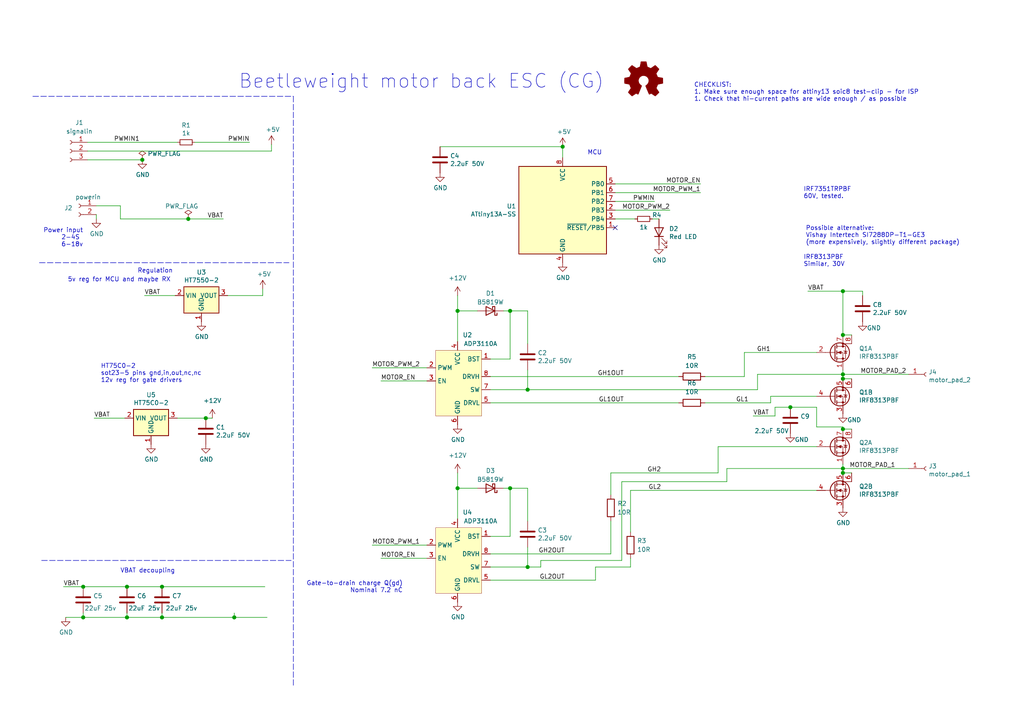
<source format=kicad_sch>
(kicad_sch (version 20210621) (generator eeschema)
  (paper "A4")
  (title_block (title "Beetle Motor Back ESC (CG)") (date "2021-08-02"))
  (lib_symbols
    (symbol "Connector:Conn_01x01_Female" (pin_names (offset 1.016) hide)
      (property "Reference" "J" (at 0 2.54 0))
      (property "Value" "Conn_01x01_Female" (at 0 -2.54 0))
      (symbol "Conn_01x01_Female_1_1"
        (arc (start 0 0.508) (end 0 -0.508) (radius (at 0 0) (length 0.508) (angles 90.1 -90.1)) (stroke (width 0.1524)))
        (polyline (pts (xy -1.27 0) (xy -0.508 0)) (stroke (width 0.1524)))
        (pin passive line (at -5.08 0 0) (length 3.81) (name "Pin_1") (number "1"))
      )
    )
    (symbol "Connector:Conn_01x02_Female" (pin_names (offset 1.016) hide)
      (property "Reference" "J" (at 0 2.54 0))
      (property "Value" "Conn_01x02_Female" (at 0 -5.08 0))
      (symbol "Conn_01x02_Female_1_1"
        (arc (start 0 -2.032) (end 0 -3.048) (radius (at 0 -2.54) (length 0.508) (angles 90.1 -90.1)) (stroke (width 0.1524)))
        (arc (start 0 0.508) (end 0 -0.508) (radius (at 0 0) (length 0.508) (angles 90.1 -90.1)) (stroke (width 0.1524)))
        (polyline (pts (xy -1.27 -2.54) (xy -0.508 -2.54)) (stroke (width 0.1524)))
        (polyline (pts (xy -1.27 0) (xy -0.508 0)) (stroke (width 0.1524)))
        (pin passive line (at -5.08 0 0) (length 3.81) (name "Pin_1") (number "1"))
        (pin passive line (at -5.08 -2.54 0) (length 3.81) (name "Pin_2") (number "2"))
      )
    )
    (symbol "Connector:Conn_01x03_Female" (pin_names (offset 1.016) hide)
      (property "Reference" "J" (at 0 5.08 0))
      (property "Value" "Conn_01x03_Female" (at 0 -5.08 0))
      (symbol "Conn_01x03_Female_1_1"
        (arc (start 0 -2.032) (end 0 -3.048) (radius (at 0 -2.54) (length 0.508) (angles 90.1 -90.1)) (stroke (width 0.1524)))
        (arc (start 0 0.508) (end 0 -0.508) (radius (at 0 0) (length 0.508) (angles 90.1 -90.1)) (stroke (width 0.1524)))
        (arc (start 0 3.048) (end 0 2.032) (radius (at 0 2.54) (length 0.508) (angles 90.1 -90.1)) (stroke (width 0.1524)))
        (polyline (pts (xy -1.27 -2.54) (xy -0.508 -2.54)) (stroke (width 0.1524)))
        (polyline (pts (xy -1.27 0) (xy -0.508 0)) (stroke (width 0.1524)))
        (polyline (pts (xy -1.27 2.54) (xy -0.508 2.54)) (stroke (width 0.1524)))
        (pin passive line (at -5.08 2.54 0) (length 3.81) (name "Pin_1") (number "1"))
        (pin passive line (at -5.08 0 0) (length 3.81) (name "Pin_2") (number "2"))
        (pin passive line (at -5.08 -2.54 0) (length 3.81) (name "Pin_3") (number "3"))
      )
    )
    (symbol "Device:C" (pin_numbers hide) (pin_names (offset 0.254))
      (property "Reference" "C" (at 0.635 2.54 0))
      (property "Value" "C" (at 0.635 -2.54 0))
      (symbol "C_0_1"
        (polyline (pts (xy -2.032 -0.762) (xy 2.032 -0.762)) (stroke (width 0.508)))
        (polyline (pts (xy -2.032 0.762) (xy 2.032 0.762)) (stroke (width 0.508)))
      )
      (symbol "C_1_1"
        (pin passive line (at 0 3.81 270) (length 2.794) (name "~") (number "1"))
        (pin passive line (at 0 -3.81 90) (length 2.794) (name "~") (number "2"))
      )
    )
    (symbol "Device:D_Schottky" (pin_numbers hide) (pin_names (offset 1.016) hide)
      (property "Reference" "D" (at 0 2.54 0))
      (property "Value" "D_Schottky" (at 0 -2.54 0))
      (symbol "D_Schottky_0_1"
        (polyline (pts (xy 1.27 0) (xy -1.27 0)))
        (polyline (pts (xy 1.27 1.27) (xy 1.27 -1.27) (xy -1.27 0) (xy 1.27 1.27)) (stroke (width 0.254)))
        (polyline (pts (xy -1.905 0.635) (xy -1.905 1.27) (xy -1.27 1.27) (xy -1.27 -1.27) (xy -0.635 -1.27) (xy -0.635 -0.635)) (stroke (width 0.254)))
      )
      (symbol "D_Schottky_1_1"
        (pin passive line (at -3.81 0 0) (length 2.54) (name "K") (number "1"))
        (pin passive line (at 3.81 0 180) (length 2.54) (name "A") (number "2"))
      )
    )
    (symbol "Device:LED" (pin_numbers hide) (pin_names (offset 1.016) hide)
      (property "Reference" "D" (at 0 2.54 0))
      (property "Value" "LED" (at 0 -2.54 0))
      (symbol "LED_0_1"
        (polyline (pts (xy -1.27 -1.27) (xy -1.27 1.27)) (stroke (width 0.254)))
        (polyline (pts (xy -1.27 0) (xy 1.27 0)))
        (polyline (pts (xy 1.27 -1.27) (xy 1.27 1.27) (xy -1.27 0) (xy 1.27 -1.27)) (stroke (width 0.254)))
        (polyline (pts (xy -3.048 -0.762) (xy -4.572 -2.286) (xy -3.81 -2.286) (xy -4.572 -2.286) (xy -4.572 -1.524)))
        (polyline (pts (xy -1.778 -0.762) (xy -3.302 -2.286) (xy -2.54 -2.286) (xy -3.302 -2.286) (xy -3.302 -1.524)))
      )
      (symbol "LED_1_1"
        (pin passive line (at -3.81 0 0) (length 2.54) (name "K") (number "1"))
        (pin passive line (at 3.81 0 180) (length 2.54) (name "A") (number "2"))
      )
    )
    (symbol "Device:Q_Dual_NMOS_S1G1S2G2D2D2D1D1" (pin_names (offset 0) hide)
      (property "Reference" "Q" (at 5.08 1.27 0))
      (property "Value" "Q_Dual_NMOS_S1G1S2G2D2D2D1D1" (at 5.08 -1.27 0))
      (symbol "Q_Dual_NMOS_S1G1S2G2D2D2D1D1_0_1"
        (circle (center 1.651 0) (radius 2.794) (stroke (width 0.254)))
        (circle (center 2.54 -1.778) (radius 0.254) (fill (type outline)))
        (circle (center 2.54 1.778) (radius 0.254) (fill (type outline)))
        (circle (center 2.54 2.54) (radius 0.254) (fill (type outline)))
        (polyline (pts (xy 0.254 0) (xy -2.54 0)))
        (polyline (pts (xy 0.254 1.905) (xy 0.254 -1.905)) (stroke (width 0.254)))
        (polyline (pts (xy 0.762 -1.27) (xy 0.762 -2.286)) (stroke (width 0.254)))
        (polyline (pts (xy 0.762 0.508) (xy 0.762 -0.508)) (stroke (width 0.254)))
        (polyline (pts (xy 0.762 2.286) (xy 0.762 1.27)) (stroke (width 0.254)))
        (polyline (pts (xy 2.54 2.54) (xy 2.54 1.778)))
        (polyline (pts (xy 5.08 2.54) (xy 2.54 2.54)))
        (polyline (pts (xy 2.54 -2.54) (xy 2.54 0) (xy 0.762 0)))
        (polyline (pts (xy 0.762 -1.778) (xy 3.302 -1.778) (xy 3.302 1.778) (xy 0.762 1.778)))
        (polyline (pts (xy 2.794 0.508) (xy 2.921 0.381) (xy 3.683 0.381) (xy 3.81 0.254)))
        (polyline (pts (xy 3.302 0.381) (xy 2.921 -0.254) (xy 3.683 -0.254) (xy 3.302 0.381)))
        (polyline (pts (xy 1.016 0) (xy 2.032 0.381) (xy 2.032 -0.381) (xy 1.016 0)) (fill (type outline)))
      )
      (symbol "Q_Dual_NMOS_S1G1S2G2D2D2D1D1_1_1"
        (pin passive line (at 2.54 -5.08 90) (length 2.54) (name "S") (number "1"))
        (pin input line (at -5.08 0 0) (length 2.54) (name "G") (number "2"))
        (pin passive line (at 2.54 5.08 270) (length 2.54) (name "D") (number "7"))
        (pin passive line (at 5.08 5.08 270) (length 2.54) (name "D") (number "8"))
      )
      (symbol "Q_Dual_NMOS_S1G1S2G2D2D2D1D1_2_1"
        (pin passive line (at 2.54 -5.08 90) (length 2.54) (name "S") (number "3"))
        (pin input line (at -5.08 0 0) (length 2.54) (name "G") (number "4"))
        (pin passive line (at 2.54 5.08 270) (length 2.54) (name "D") (number "5"))
        (pin passive line (at 5.08 5.08 270) (length 2.54) (name "D") (number "6"))
      )
    )
    (symbol "Device:R" (pin_numbers hide) (pin_names (offset 0))
      (property "Reference" "R" (at 2.032 0 90))
      (property "Value" "R" (at 0 0 90))
      (symbol "R_0_1"
        (rectangle (start -1.016 -2.54) (end 1.016 2.54) (stroke (width 0.254)))
      )
      (symbol "R_1_1"
        (pin passive line (at 0 3.81 270) (length 1.27) (name "~") (number "1"))
        (pin passive line (at 0 -3.81 90) (length 1.27) (name "~") (number "2"))
      )
    )
    (symbol "Device:R_Small" (pin_numbers hide) (pin_names (offset 0.254) hide)
      (property "Reference" "R" (at 0.762 0.508 0))
      (property "Value" "R_Small" (at 0.762 -1.016 0))
      (symbol "R_Small_0_1"
        (rectangle (start -0.762 1.778) (end 0.762 -1.778) (stroke (width 0.2032)))
      )
      (symbol "R_Small_1_1"
        (pin passive line (at 0 2.54 270) (length 0.762) (name "~") (number "1"))
        (pin passive line (at 0 -2.54 90) (length 0.762) (name "~") (number "2"))
      )
    )
    (symbol "Graphic:Logo_Open_Hardware_Small" (pin_names (offset 1.016))
      (symbol "Logo_Open_Hardware_Small_0_1"
        (polyline (pts (xy 3.3528 -4.3434) (xy 3.302 -4.318) (xy 3.175 -4.2418) (xy 2.9972 -4.1148) (xy 2.7686 -3.9624) (xy 2.54 -3.81) (xy 2.3622 -3.7084) (xy 2.2352 -3.6068) (xy 2.1844 -3.5814) (xy 2.159 -3.6068) (xy 2.0574 -3.6576) (xy 1.905 -3.7338) (xy 1.8034 -3.7846) (xy 1.6764 -3.8354) (xy 1.6002 -3.8354) (xy 1.6002 -3.8354) (xy 1.5494 -3.7338) (xy 1.4732 -3.5306) (xy 1.3462 -3.302) (xy 1.2446 -3.0226) (xy 1.1176 -2.7178) (xy 0.9652 -2.413) (xy 0.8636 -2.1082) (xy 0.7366 -1.8288) (xy 0.6604 -1.6256) (xy 0.6096 -1.4732) (xy 0.5842 -1.397) (xy 0.5842 -1.397) (xy 0.6604 -1.3208) (xy 0.7874 -1.2446) (xy 1.0414 -1.016) (xy 1.2954 -0.6858) (xy 1.4478 -0.3302) (xy 1.524 0.0762) (xy 1.4732 0.4572) (xy 1.3208 0.8128) (xy 1.0668 1.143) (xy 0.762 1.3716) (xy 0.4064 1.524) (xy 0 1.5748) (xy -0.381 1.5494) (xy -0.7366 1.397) (xy -1.0668 1.143) (xy -1.2192 0.9906) (xy -1.397 0.6604) (xy -1.524 0.3048) (xy -1.524 0.2286) (xy -1.4986 -0.1778) (xy -1.397 -0.5334) (xy -1.1938 -0.8636) (xy -0.9144 -1.143) (xy -0.8636 -1.1684) (xy -0.7366 -1.27) (xy -0.635 -1.3462) (xy -0.5842 -1.397) (xy -1.0668 -2.5908) (xy -1.143 -2.794) (xy -1.2954 -3.1242) (xy -1.397 -3.4036) (xy -1.4986 -3.6322) (xy -1.5748 -3.7846) (xy -1.6002 -3.8354) (xy -1.6002 -3.8354) (xy -1.651 -3.8354) (xy -1.7272 -3.81) (xy -1.905 -3.7338) (xy -2.0066 -3.683) (xy -2.1336 -3.6068) (xy -2.2098 -3.5814) (xy -2.2606 -3.6068) (xy -2.3622 -3.683) (xy -2.54 -3.81) (xy -2.7686 -3.9624) (xy -2.9718 -4.0894) (xy -3.1496 -4.2164) (xy -3.302 -4.318) (xy -3.3528 -4.3434) (xy -3.3782 -4.3434) (xy -3.429 -4.318) (xy -3.5306 -4.2164) (xy -3.7084 -4.064) (xy -3.937 -3.8354) (xy -3.9624 -3.81) (xy -4.1656 -3.6068) (xy -4.318 -3.4544) (xy -4.4196 -3.3274) (xy -4.445 -3.2766) (xy -4.445 -3.2766) (xy -4.4196 -3.2258) (xy -4.318 -3.0734) (xy -4.2164 -2.8956) (xy -4.064 -2.667) (xy -3.6576 -2.0828) (xy -3.8862 -1.5494) (xy -3.937 -1.3716) (xy -4.0386 -1.1684) (xy -4.0894 -1.0414) (xy -4.1148 -0.9652) (xy -4.191 -0.9398) (xy -4.318 -0.9144) (xy -4.5466 -0.8636) (xy -4.8006 -0.8128) (xy -5.0546 -0.7874) (xy -5.2578 -0.7366) (xy -5.4356 -0.7112) (xy -5.5118 -0.6858) (xy -5.5118 -0.6858) (xy -5.5372 -0.635) (xy -5.5372 -0.5588) (xy -5.5372 -0.4318) (xy -5.5626 -0.2286) (xy -5.5626 0.0762) (xy -5.5626 0.127) (xy -5.5372 0.4064) (xy -5.5372 0.635) (xy -5.5372 0.762) (xy -5.5372 0.8382) (xy -5.5372 0.8382) (xy -5.461 0.8382) (xy -5.3086 0.889) (xy -5.08 0.9144) (xy -4.826 0.9652) (xy -4.8006 0.9906) (xy -4.5466 1.0414) (xy -4.318 1.0668) (xy -4.1656 1.1176) (xy -4.0894 1.143) (xy -4.0894 1.143) (xy -4.0386 1.2446) (xy -3.9624 1.4224) (xy -3.8608 1.6256) (xy -3.7846 1.8288) (xy -3.7084 2.0066) (xy -3.6576 2.159) (xy -3.6322 2.2098) (xy -3.6322 2.2098) (xy -3.683 2.286) (xy -3.7592 2.413) (xy -3.8862 2.5908) (xy -4.064 2.8194) (xy -4.064 2.8448) (xy -4.2164 3.0734) (xy -4.3434 3.2512) (xy -4.4196 3.3782) (xy -4.445 3.4544) (xy -4.445 3.4544) (xy -4.3942 3.5052) (xy -4.2926 3.6322) (xy -4.1148 3.81) (xy -3.937 4.0132) (xy -3.8608 4.064) (xy -3.6576 4.2926) (xy -3.5052 4.4196) (xy -3.4036 4.4958) (xy -3.3528 4.5212) (xy -3.3528 4.5212) (xy -3.302 4.4704) (xy -3.1496 4.3688) (xy -2.9718 4.2418) (xy -2.7432 4.0894) (xy -2.7178 4.0894) (xy -2.4892 3.937) (xy -2.3114 3.81) (xy -2.1844 3.7084) (xy -2.1336 3.683) (xy -2.1082 3.683) (xy -2.032 3.7084) (xy -1.8542 3.7592) (xy -1.6764 3.8354) (xy -1.4732 3.937) (xy -1.27 4.0132) (xy -1.143 4.064) (xy -1.0668 4.1148) (xy -1.0668 4.1148) (xy -1.0414 4.191) (xy -1.016 4.3434) (xy -0.9652 4.572) (xy -0.9144 4.8514) (xy -0.889 4.9022) (xy -0.8382 5.1562) (xy -0.8128 5.3848) (xy -0.7874 5.5372) (xy -0.762 5.588) (xy -0.7112 5.6134) (xy -0.5842 5.6134) (xy -0.4064 5.6134) (xy -0.1524 5.6134) (xy 0.0762 5.6134) (xy 0.3302 5.6134) (xy 0.5334 5.6134) (xy 0.6858 5.588) (xy 0.7366 5.588) (xy 0.7366 5.588) (xy 0.762 5.5118) (xy 0.8128 5.334) (xy 0.8382 5.1054) (xy 0.9144 4.826) (xy 0.9144 4.7752) (xy 0.9652 4.5212) (xy 1.016 4.2926) (xy 1.0414 4.1402) (xy 1.0668 4.0894) (xy 1.0668 4.0894) (xy 1.1938 4.0386) (xy 1.3716 3.9624) (xy 1.5748 3.8608) (xy 2.0828 3.6576) (xy 2.7178 4.0894) (xy 2.7686 4.1402) (xy 2.9972 4.2926) (xy 3.175 4.4196) (xy 3.302 4.4958) (xy 3.3782 4.5212) (xy 3.3782 4.5212) (xy 3.429 4.4704) (xy 3.556 4.3434) (xy 3.7338 4.191) (xy 3.9116 3.9878) (xy 4.064 3.8354) (xy 4.2418 3.6576) (xy 4.3434 3.556) (xy 4.4196 3.4798) (xy 4.4196 3.429) (xy 4.4196 3.4036) (xy 4.3942 3.3274) (xy 4.2926 3.2004) (xy 4.1656 2.9972) (xy 4.0132 2.794) (xy 3.8862 2.5908) (xy 3.7592 2.3876) (xy 3.6576 2.2352) (xy 3.6322 2.159) (xy 3.6322 2.1336) (xy 3.683 2.0066) (xy 3.7592 1.8288) (xy 3.8608 1.6002) (xy 4.064 1.1176) (xy 4.3942 1.0414) (xy 4.5974 1.016) (xy 4.8768 0.9652) (xy 5.1308 0.9144) (xy 5.5372 0.8382) (xy 5.5626 -0.6604) (xy 5.4864 -0.6858) (xy 5.4356 -0.6858) (xy 5.2832 -0.7366) (xy 5.0546 -0.762) (xy 4.8006 -0.8128) (xy 4.5974 -0.8636) (xy 4.3688 -0.9144) (xy 4.2164 -0.9398) (xy 4.1402 -0.9398) (xy 4.1148 -0.9652) (xy 4.064 -1.0668) (xy 3.9878 -1.2446) (xy 3.9116 -1.4478) (xy 3.81 -1.651) (xy 3.7338 -1.8542) (xy 3.683 -2.0066) (xy 3.6576 -2.0828) (xy 3.683 -2.1336) (xy 3.7846 -2.2606) (xy 3.8862 -2.4638) (xy 4.0386 -2.667) (xy 4.191 -2.8956) (xy 4.318 -3.0734) (xy 4.3942 -3.2004) (xy 4.445 -3.2766) (xy 4.4196 -3.3274) (xy 4.3434 -3.429) (xy 4.1656 -3.5814) (xy 3.937 -3.8354) (xy 3.8862 -3.8608) (xy 3.683 -4.064) (xy 3.5306 -4.2164) (xy 3.4036 -4.318) (xy 3.3528 -4.3434)) (fill (type outline)))
      )
    )
    (symbol "MCU_Microchip_ATtiny:ATtiny13A-SS"
      (property "Reference" "U" (at -12.7 13.97 0))
      (property "Value" "ATtiny13A-SS" (at 2.54 -13.97 0))
      (symbol "ATtiny13A-SS_0_1"
        (rectangle (start -12.7 -12.7) (end 12.7 12.7) (stroke (width 0.254)) (fill (type background)))
      )
      (symbol "ATtiny13A-SS_1_1"
        (pin bidirectional line (at 15.24 -5.08 180) (length 2.54) (name "~{RESET}/PB5") (number "1"))
        (pin bidirectional line (at 15.24 0 180) (length 2.54) (name "PB3") (number "2"))
        (pin bidirectional line (at 15.24 -2.54 180) (length 2.54) (name "PB4") (number "3"))
        (pin power_in line (at 0 -15.24 90) (length 2.54) (name "GND") (number "4"))
        (pin bidirectional line (at 15.24 7.62 180) (length 2.54) (name "PB0") (number "5"))
        (pin bidirectional line (at 15.24 5.08 180) (length 2.54) (name "PB1") (number "6"))
        (pin bidirectional line (at 15.24 2.54 180) (length 2.54) (name "PB2") (number "7"))
        (pin power_in line (at 0 15.24 270) (length 2.54) (name "VCC") (number "8"))
      )
    )
    (symbol "Regulator_Linear:HT75xx-1-SOT89"
      (property "Reference" "U" (at -5.08 -3.81 0))
      (property "Value" "HT75xx-1-SOT89" (at 0 6.35 0))
      (symbol "HT75xx-1-SOT89_0_1"
        (rectangle (start -5.08 5.08) (end 5.08 -2.54) (stroke (width 0.254)) (fill (type background)))
      )
      (symbol "HT75xx-1-SOT89_1_1"
        (pin power_in line (at 0 -5.08 90) (length 2.54) (name "GND") (number "1"))
        (pin power_in line (at -7.62 2.54 0) (length 2.54) (name "VIN") (number "2"))
        (pin power_out line (at 7.62 2.54 180) (length 2.54) (name "VOUT") (number "3"))
      )
    )
    (symbol "beetleback:ADP3110A"
      (property "Reference" "U" (at 0 0 0))
      (property "Value" "ADP3110A" (at 7.62 -8.89 0))
      (symbol "ADP3110A_0_1"
        (rectangle (start -6.35 11.43) (end 6.985 -7.62) (stroke (width 0.001)) (fill (type background)))
      )
      (symbol "ADP3110A_1_1"
        (pin power_out line (at 9.525 8.89 180) (length 2.54) (name "BST") (number "1"))
        (pin input line (at -8.89 6.35 0) (length 2.54) (name "PWM") (number "2"))
        (pin input line (at -8.89 2.54 0) (length 2.54) (name "EN") (number "3"))
        (pin power_in line (at 0 13.97 270) (length 2.54) (name "VCC") (number "4"))
        (pin output line (at 9.525 -3.81 180) (length 2.54) (name "DRVL") (number "5"))
        (pin power_in line (at 0 -10.16 90) (length 2.54) (name "GND") (number "6"))
        (pin passive line (at 9.525 0 180) (length 2.54) (name "SW") (number "7"))
        (pin output line (at 9.525 3.81 180) (length 2.54) (name "DRVH") (number "8"))
      )
    )
    (symbol "power:+12V" (power) (pin_names (offset 0))
      (property "Value" "+12V" (at 0 3.556 0))
      (symbol "+12V_0_1"
        (polyline (pts (xy -0.762 1.27) (xy 0 2.54)))
        (polyline (pts (xy 0 0) (xy 0 2.54)))
        (polyline (pts (xy 0 2.54) (xy 0.762 1.27)))
      )
      (symbol "+12V_1_1"
        (pin power_in line (at 0 0 90) (length 0) hide (name "+12V") (number "1"))
      )
    )
    (symbol "power:+5V" (power) (pin_names (offset 0))
      (property "Value" "+5V" (at 0 3.556 0))
      (symbol "+5V_0_1"
        (polyline (pts (xy -0.762 1.27) (xy 0 2.54)))
        (polyline (pts (xy 0 0) (xy 0 2.54)))
        (polyline (pts (xy 0 2.54) (xy 0.762 1.27)))
      )
      (symbol "+5V_1_1"
        (pin power_in line (at 0 0 90) (length 0) hide (name "+5V") (number "1"))
      )
    )
    (symbol "power:GND" (power) (pin_names (offset 0))
      (property "Value" "GND" (at 0 -3.81 0))
      (symbol "GND_0_1"
        (polyline (pts (xy 0 0) (xy 0 -1.27) (xy 1.27 -1.27) (xy 0 -2.54) (xy -1.27 -1.27) (xy 0 -1.27)))
      )
      (symbol "GND_1_1"
        (pin power_in line (at 0 0 270) (length 0) hide (name "GND") (number "1"))
      )
    )
    (symbol "power:PWR_FLAG" (power) (pin_numbers hide) (pin_names (offset 0) hide)
      (property "Value" "PWR_FLAG" (at 0 3.81 0))
      (symbol "PWR_FLAG_0_0"
        (pin power_out line (at 0 0 90) (length 0) (name "pwr") (number "1"))
      )
      (symbol "PWR_FLAG_0_1"
        (polyline (pts (xy 0 0) (xy 0 1.27) (xy -1.016 1.905) (xy 0 2.54) (xy 1.016 1.905) (xy 0 1.27)))
      )
    )
  )
  (junction (at 24.13 170.18) (diameter 1.016))
  (junction (at 24.13 179.07) (diameter 1.016))
  (junction (at 36.83 170.18) (diameter 1.016))
  (junction (at 36.83 179.07) (diameter 1.016))
  (junction (at 41.275 46.355) (diameter 1.016))
  (junction (at 46.99 170.18) (diameter 1.016))
  (junction (at 46.99 179.07) (diameter 1.016))
  (junction (at 54.61 63.5) (diameter 1.016))
  (junction (at 59.69 121.285) (diameter 1.016))
  (junction (at 67.945 179.07) (diameter 1.016))
  (junction (at 132.715 90.17) (diameter 1.016))
  (junction (at 132.715 141.605) (diameter 1.016))
  (junction (at 147.955 90.17) (diameter 1.016))
  (junction (at 147.955 141.605) (diameter 1.016))
  (junction (at 153.035 113.03) (diameter 1.016))
  (junction (at 153.035 164.465) (diameter 1.016))
  (junction (at 163.195 42.545) (diameter 1.016))
  (junction (at 229.235 118.11) (diameter 1.016))
  (junction (at 244.475 84.455) (diameter 1.016))
  (junction (at 244.475 97.155) (diameter 1.016))
  (junction (at 244.475 108.585) (diameter 1.016))
  (junction (at 244.475 109.855) (diameter 1.016))
  (junction (at 244.475 124.46) (diameter 1.016))
  (junction (at 244.475 135.89) (diameter 1.016))
  (junction (at 244.475 137.16) (diameter 1.016))
  (no_connect (at 178.435 66.04))
  (wire (pts (xy 18.415 170.18) (xy 24.13 170.18)))
  (wire (pts (xy 19.05 179.07) (xy 24.13 179.07)))
  (wire (pts (xy 24.13 170.18) (xy 36.83 170.18)))
  (wire (pts (xy 24.13 177.8) (xy 24.13 179.07)))
  (wire (pts (xy 24.13 179.07) (xy 36.83 179.07)))
  (wire (pts (xy 25.4 41.275) (xy 51.435 41.275)))
  (wire (pts (xy 25.4 43.815) (xy 78.74 43.815)))
  (wire (pts (xy 25.4 46.355) (xy 41.275 46.355)))
  (wire (pts (xy 27.305 121.285) (xy 36.195 121.285)))
  (wire (pts (xy 27.94 59.69) (xy 34.925 59.69)))
  (wire (pts (xy 27.94 62.23) (xy 27.94 63.5)))
  (wire (pts (xy 34.925 59.69) (xy 34.925 63.5)))
  (wire (pts (xy 34.925 63.5) (xy 54.61 63.5)))
  (wire (pts (xy 36.83 170.18) (xy 46.99 170.18)))
  (wire (pts (xy 36.83 177.8) (xy 36.83 179.07)))
  (wire (pts (xy 36.83 179.07) (xy 46.99 179.07)))
  (wire (pts (xy 41.91 85.725) (xy 50.8 85.725)))
  (wire (pts (xy 46.99 170.18) (xy 76.835 170.18)))
  (wire (pts (xy 46.99 177.8) (xy 46.99 179.07)))
  (wire (pts (xy 46.99 179.07) (xy 67.945 179.07)))
  (wire (pts (xy 51.435 121.285) (xy 59.69 121.285)))
  (wire (pts (xy 54.61 63.5) (xy 64.77 63.5)))
  (wire (pts (xy 56.515 41.275) (xy 72.39 41.275)))
  (wire (pts (xy 59.69 121.285) (xy 61.595 121.285)))
  (wire (pts (xy 66.04 85.725) (xy 76.2 85.725)))
  (wire (pts (xy 67.945 177.8) (xy 67.945 179.07)))
  (wire (pts (xy 67.945 179.07) (xy 77.47 179.07)))
  (wire (pts (xy 76.2 83.82) (xy 76.2 85.725)))
  (wire (pts (xy 78.74 43.815) (xy 78.74 41.91)))
  (wire (pts (xy 107.95 106.68) (xy 123.825 106.68)))
  (wire (pts (xy 107.95 158.115) (xy 123.825 158.115)))
  (wire (pts (xy 110.49 110.49) (xy 123.825 110.49)))
  (wire (pts (xy 110.49 161.925) (xy 123.825 161.925)))
  (wire (pts (xy 127.635 42.545) (xy 163.195 42.545)))
  (wire (pts (xy 132.715 85.725) (xy 132.715 90.17)))
  (wire (pts (xy 132.715 90.17) (xy 132.715 99.06)))
  (wire (pts (xy 132.715 90.17) (xy 138.43 90.17)))
  (wire (pts (xy 132.715 137.16) (xy 132.715 141.605)))
  (wire (pts (xy 132.715 141.605) (xy 132.715 150.495)))
  (wire (pts (xy 132.715 141.605) (xy 138.43 141.605)))
  (wire (pts (xy 142.24 104.14) (xy 147.955 104.14)))
  (wire (pts (xy 142.24 109.22) (xy 196.85 109.22)))
  (wire (pts (xy 142.24 113.03) (xy 153.035 113.03)))
  (wire (pts (xy 142.24 116.84) (xy 196.85 116.84)))
  (wire (pts (xy 142.24 155.575) (xy 147.955 155.575)))
  (wire (pts (xy 142.24 164.465) (xy 153.035 164.465)))
  (wire (pts (xy 142.24 168.275) (xy 172.72 168.275)))
  (wire (pts (xy 146.05 90.17) (xy 147.955 90.17)))
  (wire (pts (xy 146.05 141.605) (xy 147.955 141.605)))
  (wire (pts (xy 147.955 90.17) (xy 147.955 104.14)))
  (wire (pts (xy 147.955 141.605) (xy 147.955 155.575)))
  (wire (pts (xy 153.035 90.17) (xy 147.955 90.17)))
  (wire (pts (xy 153.035 99.695) (xy 153.035 90.17)))
  (wire (pts (xy 153.035 113.03) (xy 153.035 107.315)))
  (wire (pts (xy 153.035 113.03) (xy 219.71 113.03)))
  (wire (pts (xy 153.035 141.605) (xy 147.955 141.605)))
  (wire (pts (xy 153.035 151.13) (xy 153.035 141.605)))
  (wire (pts (xy 153.035 164.465) (xy 153.035 158.75)))
  (wire (pts (xy 156.845 162.56) (xy 156.845 164.465)))
  (wire (pts (xy 156.845 164.465) (xy 153.035 164.465)))
  (wire (pts (xy 163.195 42.545) (xy 163.195 45.72)))
  (wire (pts (xy 172.72 164.465) (xy 172.72 168.275)))
  (wire (pts (xy 177.165 137.16) (xy 177.165 143.51)))
  (wire (pts (xy 177.165 137.16) (xy 208.28 137.16)))
  (wire (pts (xy 177.165 151.13) (xy 177.165 160.655)))
  (wire (pts (xy 177.165 160.655) (xy 142.24 160.655)))
  (wire (pts (xy 178.435 53.34) (xy 203.2 53.34)))
  (wire (pts (xy 178.435 55.88) (xy 203.2 55.88)))
  (wire (pts (xy 178.435 58.42) (xy 189.865 58.42)))
  (wire (pts (xy 178.435 60.96) (xy 194.31 60.96)))
  (wire (pts (xy 178.435 63.5) (xy 184.15 63.5)))
  (wire (pts (xy 180.34 139.7) (xy 180.34 162.56)))
  (wire (pts (xy 180.34 139.7) (xy 210.82 139.7)))
  (wire (pts (xy 180.34 162.56) (xy 156.845 162.56)))
  (wire (pts (xy 182.88 142.24) (xy 182.88 154.305)))
  (wire (pts (xy 182.88 142.24) (xy 236.855 142.24)))
  (wire (pts (xy 182.88 161.925) (xy 182.88 164.465)))
  (wire (pts (xy 182.88 164.465) (xy 172.72 164.465)))
  (wire (pts (xy 189.23 63.5) (xy 191.135 63.5)))
  (wire (pts (xy 204.47 109.22) (xy 215.9 109.22)))
  (wire (pts (xy 204.47 116.84) (xy 223.52 116.84)))
  (wire (pts (xy 208.28 129.54) (xy 236.855 129.54)))
  (wire (pts (xy 208.28 137.16) (xy 208.28 129.54)))
  (wire (pts (xy 210.82 135.89) (xy 244.475 135.89)))
  (wire (pts (xy 210.82 139.7) (xy 210.82 135.89)))
  (wire (pts (xy 215.9 102.235) (xy 236.855 102.235)))
  (wire (pts (xy 215.9 109.22) (xy 215.9 102.235)))
  (wire (pts (xy 218.44 120.65) (xy 224.79 120.65)))
  (wire (pts (xy 219.71 108.585) (xy 244.475 108.585)))
  (wire (pts (xy 219.71 113.03) (xy 219.71 108.585)))
  (wire (pts (xy 223.52 114.935) (xy 223.52 116.84)))
  (wire (pts (xy 223.52 114.935) (xy 236.855 114.935)))
  (wire (pts (xy 224.79 118.11) (xy 229.235 118.11)))
  (wire (pts (xy 224.79 120.65) (xy 224.79 118.11)))
  (wire (pts (xy 229.235 118.11) (xy 236.855 118.11)))
  (wire (pts (xy 234.315 84.455) (xy 244.475 84.455)))
  (wire (pts (xy 236.855 118.11) (xy 236.855 123.825)))
  (wire (pts (xy 236.855 123.825) (xy 244.475 123.825)))
  (wire (pts (xy 244.475 84.455) (xy 244.475 97.155)))
  (wire (pts (xy 244.475 84.455) (xy 250.19 84.455)))
  (wire (pts (xy 244.475 97.155) (xy 247.015 97.155)))
  (wire (pts (xy 244.475 107.315) (xy 244.475 108.585)))
  (wire (pts (xy 244.475 108.585) (xy 244.475 109.855)))
  (wire (pts (xy 244.475 108.585) (xy 263.525 108.585)))
  (wire (pts (xy 244.475 109.855) (xy 247.015 109.855)))
  (wire (pts (xy 244.475 123.825) (xy 244.475 124.46)))
  (wire (pts (xy 244.475 124.46) (xy 247.015 124.46)))
  (wire (pts (xy 244.475 134.62) (xy 244.475 135.89)))
  (wire (pts (xy 244.475 135.89) (xy 244.475 137.16)))
  (wire (pts (xy 244.475 135.89) (xy 263.525 135.89)))
  (wire (pts (xy 244.475 137.16) (xy 247.015 137.16)))
  (wire (pts (xy 250.19 84.455) (xy 250.19 85.725)))
  (polyline (pts (xy 9.525 27.94) (xy 85.09 27.94)) (stroke (width 0) (type dash)))
  (polyline (pts (xy 11.43 76.2) (xy 83.82 76.2)) (stroke (width 0) (type dash)))
  (polyline (pts (xy 12.065 162.56) (xy 84.455 162.56)) (stroke (width 0) (type dash)))
  (polyline (pts (xy 85.09 27.94) (xy 85.09 198.755)) (stroke (width 0) (type dash)))
  (text "Power input\n2-4S \n6-18v" (at 24.13 71.755 180) (effects (font (size 1.27 1.27)) (justify right bottom)))
  (text "HT75C0-2\nsot23-5 pins gnd,in,out,nc,nc\n12v reg for gate drivers" (at 29.21 111.125 0) (effects (font (size 1.27 1.27)) (justify left bottom)))
  (text "5v reg for MCU and maybe RX" (at 49.53 81.915 180) (effects (font (size 1.27 1.27)) (justify right bottom)))
  (text "Regulation" (at 50.165 79.375 180) (effects (font (size 1.27 1.27)) (justify right bottom)))
  (text "VBAT decoupling\n" (at 50.8 166.37 180) (effects (font (size 1.27 1.27)) (justify right bottom)))
  (text "Gate-to-drain charge Q(gd)\nNominal 7.2 nC\n" (at 116.84 172.085 180) (effects (font (size 1.27 1.27)) (justify right bottom)))
  (text "MCU" (at 174.625 45.085 180) (effects (font (size 1.27 1.27)) (justify right bottom)))
  (text "Beetleweight motor back ESC (CG)\n" (at 175.26 26.035 180) (effects (font (size 4 4)) (justify right bottom)))
  (text "CHECKLIST:\n1. Make sure enough space for attiny13 soic8 test-clip - for ISP\n1. Check that hi-current paths are wide enough / as possible\n\n\n" (at 201.295 33.655 0) (effects (font (size 1.27 1.27)) (justify left bottom)))
  (text "IRF7351TRPBF\n60V, tested. " (at 233.045 57.785 0) (effects (font (size 1.27 1.27)) (justify left bottom)))
  (text "IRF8313PBF\nSimilar, 30V " (at 233.045 77.47 0) (effects (font (size 1.27 1.27)) (justify left bottom)))
  (text "Possible alternative:\nVishay Intertech SI7288DP-T1-GE3 \n(more expensively, slightly different package)" (at 233.68 71.12 0) (effects (font (size 1.27 1.27)) (justify left bottom)))
  (label "VBAT" (at 18.415 170.18 0))
  (label "VBAT" (at 27.305 121.285 0))
  (label "PWMIN1" (at 33.02 41.275 0))
  (label "VBAT" (at 41.91 85.725 0))
  (label "VBAT" (at 64.77 63.5 180))
  (label "PWMIN" (at 72.39 41.275 180))
  (label "MOTOR_PWM_2" (at 107.95 106.68 0))
  (label "MOTOR_PWM_1" (at 107.95 158.115 0))
  (label "MOTOR_EN" (at 110.49 110.49 0))
  (label "MOTOR_EN" (at 110.49 161.925 0))
  (label "GH2OUT" (at 163.83 160.655 180))
  (label "GL2OUT" (at 163.83 168.275 180))
  (label "GH1OUT" (at 180.975 109.22 180))
  (label "GL1OUT" (at 180.975 116.84 180))
  (label "PWMIN" (at 189.865 58.42 180))
  (label "GH2" (at 191.77 137.16 180))
  (label "GL2" (at 191.77 142.24 180))
  (label "MOTOR_PWM_2" (at 194.31 60.96 180))
  (label "MOTOR_EN" (at 203.2 53.34 180))
  (label "MOTOR_PWM_1" (at 203.2 55.88 180))
  (label "GL1" (at 217.17 116.84 180))
  (label "VBAT" (at 218.44 120.65 0))
  (label "GH1" (at 223.52 102.235 180))
  (label "VBAT" (at 234.315 84.455 0))
  (label "MOTOR_PAD_1" (at 259.715 135.89 180))
  (label "MOTOR_PAD_2" (at 262.89 108.585 180))
  (symbol (lib_id "power:+12V") (at 61.595 121.285 0) (unit 1)
    (property "Reference" "#PWR019" (effects hide))
    (property "Value" "+12V" (at 61.595 116.205 0))
  )
  (symbol (lib_id "power:+5V") (at 76.2 83.82 0) (unit 1)
    (property "Reference" "#PWR017" (effects hide))
    (property "Value" "+5V" (at 76.5683 79.4956 0))
  )
  (symbol (lib_id "power:+5V") (at 78.74 41.91 0) (unit 1)
    (property "Reference" "#PWR016" (effects hide))
    (property "Value" "+5V" (at 79.1083 37.5856 0))
  )
  (symbol (lib_id "power:+12V") (at 132.715 85.725 0) (unit 1)
    (property "Reference" "#PWR01" (effects hide))
    (property "Value" "+12V" (at 132.715 80.645 0))
  )
  (symbol (lib_id "power:+12V") (at 132.715 137.16 0) (unit 1)
    (property "Reference" "#PWR010" (effects hide))
    (property "Value" "+12V" (at 132.715 132.08 0))
  )
  (symbol (lib_id "power:+5V") (at 163.195 42.545 0) (unit 1)
    (property "Reference" "#PWR013" (effects hide))
    (property "Value" "+5V" (at 163.5633 38.2206 0))
  )
  (symbol (lib_id "power:PWR_FLAG") (at 41.275 46.355 0) (unit 1)
    (property "Reference" "#FLG01" (effects hide))
    (property "Value" "PWR_FLAG" (at 47.625 44.5706 0))
  )
  (symbol (lib_id "power:PWR_FLAG") (at 54.61 63.5 0) (unit 1)
    (property "Reference" "#FLG0101" (effects hide))
    (property "Value" "PWR_FLAG" (at 52.705 59.8106 0))
  )
  (symbol (lib_id "Connector:Conn_01x01_Female") (at 268.605 108.585 0) (unit 1)
    (property "Reference" "J4" (at 269.3163 107.8928 0) (effects (justify left)))
    (property "Value" "motor_pad_2" (at 269.316 110.191 0) (effects (justify left)))
    (property "Footprint" "beetleback:bbb_motorpin" (effects hide))
  )
  (symbol (lib_id "Connector:Conn_01x01_Female") (at 268.605 135.89 0) (unit 1)
    (property "Reference" "J3" (at 269.3163 135.1978 0) (effects (justify left)))
    (property "Value" "motor_pad_1" (at 269.316 137.496 0) (effects (justify left)))
    (property "Footprint" "beetleback:bbb_motorpin" (effects hide))
  )
  (symbol (lib_id "power:GND") (at 19.05 179.07 0) (unit 1)
    (property "Reference" "#PWR011" (effects hide))
    (property "Value" "GND" (at 19.1643 183.3944 0))
  )
  (symbol (lib_id "power:GND") (at 27.94 63.5 0) (unit 1)
    (property "Reference" "#PWR04" (effects hide))
    (property "Value" "GND" (at 28.0543 67.8244 0))
  )
  (symbol (lib_id "power:GND") (at 41.275 46.355 0) (unit 1)
    (property "Reference" "#PWR03" (effects hide))
    (property "Value" "GND" (at 41.3893 50.6794 0))
  )
  (symbol (lib_id "power:GND") (at 43.815 128.905 0) (unit 1)
    (property "Reference" "#PWR014" (effects hide))
    (property "Value" "GND" (at 43.9293 133.2294 0))
  )
  (symbol (lib_id "power:GND") (at 58.42 93.345 0) (unit 1)
    (property "Reference" "#PWR018" (effects hide))
    (property "Value" "GND" (at 58.5343 97.6694 0))
  )
  (symbol (lib_id "power:GND") (at 59.69 128.905 0) (unit 1)
    (property "Reference" "#PWR015" (effects hide))
    (property "Value" "GND" (at 59.8043 133.2294 0))
  )
  (symbol (lib_id "power:GND") (at 127.635 50.165 0) (unit 1)
    (property "Reference" "#PWR02" (effects hide))
    (property "Value" "GND" (at 127.7493 54.4894 0))
  )
  (symbol (lib_id "power:GND") (at 132.715 123.19 0) (unit 1)
    (property "Reference" "#PWR09" (effects hide))
    (property "Value" "GND" (at 132.8293 127.5144 0))
  )
  (symbol (lib_id "power:GND") (at 132.715 174.625 0) (unit 1)
    (property "Reference" "#PWR012" (effects hide))
    (property "Value" "GND" (at 132.8293 178.9494 0))
  )
  (symbol (lib_id "power:GND") (at 163.195 76.2 0) (unit 1)
    (property "Reference" "#PWR05" (effects hide))
    (property "Value" "GND" (at 163.3093 80.5244 0))
  )
  (symbol (lib_id "power:GND") (at 191.135 71.12 0) (unit 1)
    (property "Reference" "#PWR08" (effects hide))
    (property "Value" "GND" (at 191.2493 75.4444 0))
  )
  (symbol (lib_id "power:GND") (at 229.235 125.73 0) (unit 1)
    (property "Reference" "#PWR020" (effects hide))
    (property "Value" "GND" (at 232.5243 127.5144 0))
  )
  (symbol (lib_id "power:GND") (at 244.475 120.015 0) (unit 1)
    (property "Reference" "#PWR06" (effects hide))
    (property "Value" "GND" (at 247.7643 121.7994 0))
  )
  (symbol (lib_id "power:GND") (at 244.475 147.32 0) (unit 1)
    (property "Reference" "#PWR07" (effects hide))
    (property "Value" "GND" (at 244.5893 151.6444 0))
  )
  (symbol (lib_id "power:GND") (at 250.19 93.345 0) (unit 1)
    (property "Reference" "#PWR021" (effects hide))
    (property "Value" "GND" (at 253.4793 95.1294 0))
  )
  (symbol (lib_id "Device:R_Small") (at 53.975 41.275 90) (unit 1)
    (property "Reference" "R1" (at 53.975 36.3282 90))
    (property "Value" "1k" (at 53.975 38.6269 90))
    (property "Footprint" "Resistor_SMD:R_0402_1005Metric" (effects hide))
    (property "LCSC" "C11702" (effects hide))
  )
  (symbol (lib_id "Device:R_Small") (at 186.69 63.5 90) (unit 1)
    (property "Reference" "R4" (at 190.5 62.3632 90))
    (property "Value" "1k" (at 186.69 65.9319 90))
    (property "Footprint" "Resistor_SMD:R_0402_1005Metric" (effects hide))
    (property "LCSC" "C11702" (effects hide))
  )
  (symbol (lib_id "Device:R") (at 177.165 147.32 0) (unit 1)
    (property "Reference" "R2" (at 179.07 146.0499 0) (effects (justify left)))
    (property "Value" "10R" (at 179.07 148.5899 0) (effects (justify left)))
    (property "Footprint" "Resistor_SMD:R_0402_1005Metric" (effects hide))
    (property "LCSC" "C25077" (effects hide))
  )
  (symbol (lib_id "Device:R") (at 182.88 158.115 0) (unit 1)
    (property "Reference" "R3" (at 184.785 156.8449 0) (effects (justify left)))
    (property "Value" "10R" (at 184.785 159.3849 0) (effects (justify left)))
    (property "Footprint" "Resistor_SMD:R_0402_1005Metric" (effects hide))
    (property "LCSC" "C25077" (effects hide))
  )
  (symbol (lib_id "Device:R") (at 200.66 109.22 90) (unit 1)
    (property "Reference" "R5" (at 200.66 103.505 90))
    (property "Value" "10R" (at 200.66 106.045 90))
    (property "Footprint" "Resistor_SMD:R_0402_1005Metric" (effects hide))
    (property "LCSC" "C25077" (effects hide))
  )
  (symbol (lib_id "Device:R") (at 200.66 116.84 90) (unit 1)
    (property "Reference" "R6" (at 200.66 111.125 90))
    (property "Value" "10R" (at 200.66 113.665 90))
    (property "Footprint" "Resistor_SMD:R_0402_1005Metric" (effects hide))
    (property "LCSC" "C25077" (effects hide))
  )
  (symbol (lib_id "Connector:Conn_01x02_Female") (at 22.86 59.69 0) (mirror y) (unit 1)
    (property "Reference" "J2" (at 19.8374 60.325 0))
    (property "Value" "powerin" (at 25.5524 57.15 0))
    (property "Footprint" "Connector_Wire:SolderWire-1sqmm_1x02_P5.4mm_D1.4mm_OD2.7mm" (effects hide))
  )
  (symbol (lib_id "Device:D_Schottky") (at 142.24 90.17 180) (unit 1)
    (property "Reference" "D1" (at 142.24 85.09 0))
    (property "Value" "B5819W" (at 142.24 87.63 0))
    (property "Footprint" "Diode_SMD:D_SOD-123" (effects hide))
    (property "LCSC" "C8598" (effects hide))
  )
  (symbol (lib_id "Device:D_Schottky") (at 142.24 141.605 180) (unit 1)
    (property "Reference" "D3" (at 142.24 136.525 0))
    (property "Value" "B5819W" (at 142.24 139.065 0))
    (property "Footprint" "Diode_SMD:D_SOD-123" (effects hide))
    (property "LCSC" "C8598" (effects hide))
  )
  (symbol (lib_id "Device:LED") (at 191.135 67.31 90) (unit 1)
    (property "Reference" "D2" (at 194.0561 66.3511 90) (effects (justify right)))
    (property "Value" "Red LED" (at 194.056 68.65 90) (effects (justify right)))
    (property "Footprint" "LED_SMD:LED_0603_1608Metric" (effects hide))
    (property "LCSC" "C2286" (effects hide))
  )
  (symbol (lib_id "Connector:Conn_01x03_Female") (at 20.32 43.815 0) (mirror y) (unit 1)
    (property "Reference" "J1" (at 23.0124 35.56 0))
    (property "Value" "signalin" (at 23.0124 38.1 0))
    (property "Footprint" "Connector_PinHeader_2.54mm:PinHeader_1x03_P2.54mm_Vertical" (effects hide))
  )
  (symbol (lib_id "Device:C") (at 24.13 173.99 0) (unit 1)
    (property "Reference" "C5" (at 27.0511 172.8406 0) (effects (justify left)))
    (property "Value" "22uF 25v" (at 24.511 176.409 0) (effects (justify left)))
    (property "Footprint" "Capacitor_SMD:C_1206_3216Metric" (effects hide))
    (property "LCSC" "C12891" (effects hide))
  )
  (symbol (lib_id "Device:C") (at 36.83 173.99 0) (unit 1)
    (property "Reference" "C6" (at 39.7511 172.8406 0) (effects (justify left)))
    (property "Value" "22uF 25v" (at 37.211 176.409 0) (effects (justify left)))
    (property "Footprint" "Capacitor_SMD:C_1206_3216Metric" (effects hide))
    (property "LCSC" "C12891" (effects hide))
  )
  (symbol (lib_id "Device:C") (at 46.99 173.99 0) (unit 1)
    (property "Reference" "C7" (at 49.9111 172.8406 0) (effects (justify left)))
    (property "Value" "22uF 25v" (at 48.006 176.409 0) (effects (justify left)))
    (property "Footprint" "Capacitor_SMD:C_1206_3216Metric" (effects hide))
    (property "LCSC" "C12891" (effects hide))
  )
  (symbol (lib_id "Device:C") (at 59.69 125.095 0) (unit 1)
    (property "Reference" "C1" (at 62.6111 123.9456 0) (effects (justify left)))
    (property "Value" "2.2uF 50V" (at 62.6111 126.2443 0) (effects (justify left)))
    (property "Footprint" "Capacitor_SMD:C_0402_1005Metric" (effects hide))
    (property "LCSC" "C50254" (effects hide))
  )
  (symbol (lib_id "Device:C") (at 127.635 46.355 0) (unit 1)
    (property "Reference" "C4" (at 130.5561 45.2056 0) (effects (justify left)))
    (property "Value" "2.2uF 50V" (at 130.5561 47.5043 0) (effects (justify left)))
    (property "Footprint" "Capacitor_SMD:C_0402_1005Metric" (effects hide))
    (property "LCSC" "C50254" (effects hide))
  )
  (symbol (lib_id "Device:C") (at 153.035 103.505 0) (unit 1)
    (property "Reference" "C2" (at 155.9561 102.3556 0) (effects (justify left)))
    (property "Value" "2.2uF 50V" (at 155.9561 104.6543 0) (effects (justify left)))
    (property "Footprint" "Capacitor_SMD:C_0402_1005Metric" (effects hide))
    (property "LCSC" "C50254" (effects hide))
  )
  (symbol (lib_id "Device:C") (at 153.035 154.94 0) (unit 1)
    (property "Reference" "C3" (at 155.9561 153.7906 0) (effects (justify left)))
    (property "Value" "2.2uF 50V" (at 155.9561 156.0893 0) (effects (justify left)))
    (property "Footprint" "Capacitor_SMD:C_0402_1005Metric" (effects hide))
    (property "LCSC" "C50254" (effects hide))
  )
  (symbol (lib_id "Device:C") (at 229.235 121.92 0) (unit 1)
    (property "Reference" "C9" (at 232.1561 120.7706 0) (effects (justify left)))
    (property "Value" "2.2uF 50V" (at 218.8211 124.9743 0) (effects (justify left)))
    (property "Footprint" "Capacitor_SMD:C_0402_1005Metric" (effects hide))
    (property "LCSC" "C50254" (effects hide))
  )
  (symbol (lib_id "Device:C") (at 250.19 89.535 0) (unit 1)
    (property "Reference" "C8" (at 253.1111 88.3856 0) (effects (justify left)))
    (property "Value" "2.2uF 50V" (at 253.1111 90.6843 0) (effects (justify left)))
    (property "Footprint" "Capacitor_SMD:C_0402_1005Metric" (effects hide))
    (property "LCSC" "C50254" (effects hide))
  )
  (symbol (lib_id "Graphic:Logo_Open_Hardware_Small") (at 186.69 23.495 0) (unit 1)
    (property "Reference" "#LOGO1" (effects hide))
    (property "Value" "Logo_Open_Hardware_Small" (effects hide))
    (property "Footprint" "beetleback:bbb_logo" (effects hide))
  )
  (symbol (lib_id "Device:Q_Dual_NMOS_S1G1S2G2D2D2D1D1") (at 241.935 102.235 0) (unit 1)
    (property "Reference" "Q1" (at 249.1487 101.0856 0) (effects (justify left)))
    (property "Value" "IRF8313PBF" (at 249.149 103.384 0) (effects (justify left)))
    (property "Footprint" "Package_SO:SOIC-8_3.9x4.9mm_P1.27mm" (effects hide))
    (property "LCSC" "C57696" (effects hide))
  )
  (symbol (lib_id "Device:Q_Dual_NMOS_S1G1S2G2D2D2D1D1") (at 241.935 114.935 0) (unit 2)
    (property "Reference" "Q1" (at 249.1487 113.7856 0) (effects (justify left)))
    (property "Value" "IRF8313PBF" (at 249.149 116.084 0) (effects (justify left)))
    (property "Footprint" "Package_SO:SOIC-8_3.9x4.9mm_P1.27mm" (effects hide))
    (property "LCSC" "C57696" (effects hide))
  )
  (symbol (lib_id "Device:Q_Dual_NMOS_S1G1S2G2D2D2D1D1") (at 241.935 129.54 0) (unit 1)
    (property "Reference" "Q2" (at 249.1487 128.3906 0) (effects (justify left)))
    (property "Value" "IRF8313PBF" (at 249.149 130.689 0) (effects (justify left)))
    (property "Footprint" "Package_SO:SOIC-8_3.9x4.9mm_P1.27mm" (effects hide))
    (property "LCSC" "C57696" (effects hide))
  )
  (symbol (lib_id "Device:Q_Dual_NMOS_S1G1S2G2D2D2D1D1") (at 241.935 142.24 0) (unit 2)
    (property "Reference" "Q2" (at 249.1487 141.0906 0) (effects (justify left)))
    (property "Value" "IRF8313PBF" (at 249.149 143.389 0) (effects (justify left)))
    (property "Footprint" "Package_SO:SOIC-8_3.9x4.9mm_P1.27mm" (effects hide))
    (property "LCSC" "C57696" (effects hide))
  )
  (symbol (lib_id "Regulator_Linear:HT75xx-1-SOT89") (at 43.815 123.825 0) (unit 1)
    (property "Reference" "U5" (at 43.815 114.5348 0))
    (property "Value" "HT75C0-2" (at 43.815 116.8335 0))
    (property "Footprint" "Package_TO_SOT_SMD:SOT-23-5" (effects hide))
    (property "Datasheet" "https://www.holtek.com/documents/10179/116711/HT75xx-1v250.pdf" (effects hide))
    (property "LCSC" "C95005" (effects hide))
  )
  (symbol (lib_id "Regulator_Linear:HT75xx-1-SOT89") (at 58.42 88.265 0) (unit 1)
    (property "Reference" "U3" (at 58.42 78.9748 0))
    (property "Value" "HT7550-2" (at 58.42 81.2735 0))
    (property "Footprint" "Package_TO_SOT_SMD:SOT-23-5" (effects hide))
    (property "Datasheet" "https://www.holtek.com/documents/10179/116711/HT75xx-1v250.pdf" (effects hide))
    (property "LCSC" "C81799" (effects hide))
  )
  (symbol (lib_id "beetleback:ADP3110A") (at 132.715 113.03 0) (unit 1)
    (property "Reference" "U2" (at 135.5725 97.155 0))
    (property "Value" "ADP3110A" (at 139.3825 99.695 0))
    (property "Footprint" "Package_SO:SOIC-8_3.9x4.9mm_P1.27mm" (effects hide))
    (property "LCSC" "C82321" (effects hide))
  )
  (symbol (lib_id "beetleback:ADP3110A") (at 132.715 164.465 0) (unit 1)
    (property "Reference" "U4" (at 135.5725 148.59 0))
    (property "Value" "ADP3110A" (at 139.3825 151.13 0))
    (property "Footprint" "Package_SO:SOIC-8_3.9x4.9mm_P1.27mm" (effects hide))
    (property "LCSC" "C82321" (effects hide))
  )
  (symbol (lib_id "MCU_Microchip_ATtiny:ATtiny13A-SS") (at 163.195 60.96 0) (unit 1)
    (property "Reference" "U1" (at 149.7329 59.8106 0) (effects (justify right)))
    (property "Value" "ATtiny13A-SS" (at 149.7329 62.1093 0) (effects (justify right)))
    (property "Footprint" "Package_SO:SOIC-8_3.9x4.9mm_P1.27mm" (effects hide))
    (property "Datasheet" "http://ww1.microchip.com/downloads/en/DeviceDoc/doc8126.pdf" (effects hide))
    (property "LCSC" "C14075" (effects hide))
  )
)
</source>
